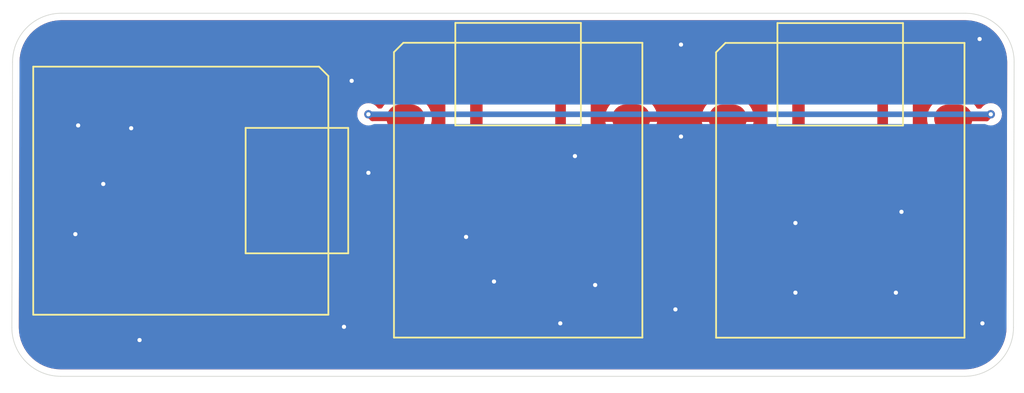
<source format=kicad_pcb>
(kicad_pcb (version 20240108) (generator "pcbnew") (generator_version "8.0")
  (layers (0 "F.Cu" signal) (31 "B.Cu" signal) (34 "B.Paste" user) (35 "F.Paste" user) (36 "B.SilkS" user "B.Silkscreen") (37 "F.SilkS" user "F.Silkscreen") (38 "B.Mask" user) (39 "F.Mask" user) (44 "Edge.Cuts" user))
  (net 0 "")
  (net 2 "MISO")
  (net 3 "TX")
  (net 4 "GND")
  (net 5 "+5V")
  (net 6 "MOSI")
  (net 7 "SD_CS")
  (net 9 "RX")
  (net 10 "GPS_WAKE")
  (net 13 "SCK")
  (net 19 "+3V3")
  (footprint "xiao ESP32S3_PCB:MOUDLE14P-SMD-2.54-21X17.8MM" (layer "F.Cu") (at 74.13075 76.5825 -90)
    (property "Reference" "GPS MODULE" (hide yes))
    (property "Value" "MOUDLE-SEEEDUINO-XIAO-ESP32S3")
    (fp_line (start 0 0.15) (end 17.8 0.15) (stroke (width 0.127)) (layer "F.SilkS"))
    (fp_line (start 17.8 0.15) (end 17.8 -21) (stroke (width 0.127)) (layer "F.SilkS"))
    (fp_line (start 4.396 -15.072) (end 4.396 -22.425) (stroke (width 0.127)) (layer "F.SilkS"))
    (fp_line (start 13.395 -15.072) (end 4.396 -15.072) (stroke (width 0.127)) (layer "F.SilkS"))
    (fp_line (start 0 -20.3285) (end 0 0.15) (stroke (width 0.127)) (layer "F.SilkS"))
    (fp_line (start 0.671541 -21) (end 0 -20.3285) (stroke (width 0.127)) (layer "F.SilkS"))
    (fp_line (start 17.8 -21) (end 0.671541 -21) (stroke (width 0.127)) (layer "F.SilkS"))
    (fp_line (start 4.4 -22.424) (end 13.395 -22.424) (stroke (width 0.127)) (layer "F.SilkS"))
    (fp_line (start 13.395 -22.424) (end 13.395 -15.072) (stroke (width 0.127)) (layer "F.SilkS"))
    (pad "1" smd roundrect (at 0.835 -18.12 270) (size 2.75 2) (layers "F.Cu" "F.Paste" "F.Mask") (roundrect_rratio 0.5) (net 3 "TX"))
    (pad "2" smd roundrect (at 0.835 -15.58 270) (size 2.75 2) (layers "F.Cu" "F.Paste" "F.Mask") (roundrect_rratio 0.5))
    (pad "3" smd roundrect (at 0.835 -13.04 270) (size 2.75 2) (layers "F.Cu" "F.Paste" "F.Mask") (roundrect_rratio 0.5))
    (pad "4" smd roundrect (at 0.835 -10.5 270) (size 2.75 2) (layers "F.Cu" "F.Paste" "F.Mask") (roundrect_rratio 0.5))
    (pad "5" smd roundrect (at 0.835 -7.96 270) (size 2.75 2) (layers "F.Cu" "F.Paste" "F.Mask") (roundrect_rratio 0.5))
    (pad "6" smd roundrect (at 0.835 -5.42 270) (size 2.75 2) (layers "F.Cu" "F.Paste" "F.Mask") (roundrect_rratio 0.5))
    (pad "7" smd roundrect (at 0.835 -2.88 270) (size 2.75 2) (layers "F.Cu" "F.Paste" "F.Mask") (roundrect_rratio 0.5) (net 10 "GPS_WAKE"))
    (pad "8" smd roundrect (at 17 -2.88 270) (size 2.75 2) (layers "F.Cu" "F.Paste" "F.Mask") (roundrect_rratio 0.5) (net 5 "+5V"))
    (pad "9" smd roundrect (at 17 -5.42 270) (size 2.75 2) (layers "F.Cu" "F.Paste" "F.Mask") (roundrect_rratio 0.5) (net 4 "GND"))
    (pad "10" smd roundrect (at 17 -7.96 270) (size 2.75 2) (layers "F.Cu" "F.Paste" "F.Mask") (roundrect_rratio 0.5) (net 19 "+3V3"))
    (pad "11" smd roundrect (at 17 -10.5 270) (size 2.75 2) (layers "F.Cu" "F.Paste" "F.Mask") (roundrect_rratio 0.5))
    (pad "12" smd roundrect (at 17 -13.04 270) (size 2.75 2) (layers "F.Cu" "F.Paste" "F.Mask") (roundrect_rratio 0.5))
    (pad "13" smd roundrect (at 17 -15.58 270) (size 2.75 2) (layers "F.Cu" "F.Paste" "F.Mask") (roundrect_rratio 0.5))
    (pad "14" smd roundrect (at 17 -18.12 270) (size 2.75 2) (layers "F.Cu" "F.Paste" "F.Mask") (roundrect_rratio 0.5) (net 9 "RX"))
    (zone (net 0) (net_name "") (layer "F.Cu") (connect_pads (clearance 0)) (min_thickness 0.01)
      (keepout (tracks not_allowed) (vias not_allowed) (pads not_allowed) (copperpour not_allowed) (footprints allowed))
      (fill (thermal_gap 0.508) (thermal_bridge_width 0.508))
      (polygon (pts (xy 84.29075 84.5745) (xy 84.29075 88.6385) (xy 80.68075 88.6385) (xy 80.68075 84.5745)))
    )
    (zone (net 0) (net_name "") (layer "F.Cu") (connect_pads (clearance 0)) (min_thickness 0.01)
      (keepout (tracks not_allowed) (vias not_allowed) (pads not_allowed) (copperpour not_allowed) (footprints allowed))
      (fill (thermal_gap 0.508) (thermal_bridge_width 0.508))
      (polygon (pts (xy 87.66725 79.567) (xy 87.66725 82.488) (xy 83.76225 82.488) (xy 83.76225 79.567)))
    )
    (zone (net 0) (net_name "") (layer "F.Cu") (connect_pads (clearance 0)) (min_thickness 0.01)
      (keepout (tracks not_allowed) (vias not_allowed) (pads not_allowed) (copperpour not_allowed) (footprints allowed))
      (fill (thermal_gap 0.508) (thermal_bridge_width 0.508))
      (polygon (pts (xy 91.14875 80.2655) (xy 91.14875 82.0435) (xy 88.48175 82.0435) (xy 88.48175 80.2655)))
    )
    (zone (net 0) (net_name "") (layer "F.Cu") (connect_pads (clearance 0)) (min_thickness 0.01)
      (keepout (tracks not_allowed) (vias not_allowed) (pads not_allowed) (copperpour not_allowed) (footprints allowed))
      (fill (thermal_gap 0.508) (thermal_bridge_width 0.508))
      (polygon (pts (xy 91.14875 88.9015) (xy 91.14875 90.6795) (xy 88.48175 90.6795) (xy 88.48175 88.9015)))
    )
    (zone (net 0) (net_name "") (layer "F.Cu") (connect_pads (clearance 0)) (min_thickness 0.01)
      (keepout (tracks not_allowed) (vias not_allowed) (pads not_allowed) (copperpour not_allowed) (footprints allowed))
      (fill (thermal_gap 0.508) (thermal_bridge_width 0.508))
      (polygon (pts (xy 94.45075 82.9325) (xy 94.45075 88.1395) (xy 84.29275 88.1395) (xy 84.29275 82.9325)))
    )
    (zone (net 0) (net_name "") (layer "F.Cu") (connect_pads (clearance 0)) (min_thickness 0.01)
      (keepout (tracks not_allowed) (vias not_allowed) (pads not_allowed) (copperpour not_allowed) (footprints allowed))
      (fill (thermal_gap 0.508) (thermal_bridge_width 0.508))
      (polygon (pts (xy 95.21275 80.2655) (xy 95.21275 82.0435) (xy 92.54575 82.0435) (xy 92.54575 80.2655)))
    )
    (zone (net 0) (net_name "") (layer "F.Cu") (connect_pads (clearance 0)) (min_thickness 0.01)
      (keepout (tracks not_allowed) (vias not_allowed) (pads not_allowed) (copperpour not_allowed) (footprints allowed))
      (fill (thermal_gap 0.508) (thermal_bridge_width 0.508))
      (polygon (pts (xy 95.21275 88.9015) (xy 95.21275 90.6795) (xy 92.54575 90.6795) (xy 92.54575 88.9015)))
    )
  )
  (footprint "xiao ESP32S3_PCB:MOUDLE14P-SMD-2.54-21X17.8MM" (layer "F.Cu") (at 99.8325 95.86925)
    (property "Reference" "ESP32" (hide yes))
    (property "Value" "MOUDLE-SEEEDUINO-XIAO-ESP32S3")
    (fp_line (start 0 -20.3285) (end 0 0.15) (stroke (width 0.127)) (layer "F.SilkS"))
    (fp_line (start 0 0.15) (end 17.8 0.15) (stroke (width 0.127)) (layer "F.SilkS"))
    (fp_line (start 0.671541 -21) (end 0 -20.3285) (stroke (width 0.127)) (layer "F.SilkS"))
    (fp_line (start 4.396 -15.072) (end 4.396 -22.425) (stroke (width 0.127)) (layer "F.SilkS"))
    (fp_line (start 4.4 -22.424) (end 13.395 -22.424) (stroke (width 0.127)) (layer "F.SilkS"))
    (fp_line (start 13.395 -22.424) (end 13.395 -15.072) (stroke (width 0.127)) (layer "F.SilkS"))
    (fp_line (start 13.395 -15.072) (end 4.396 -15.072) (stroke (width 0.127)) (layer "F.SilkS"))
    (fp_line (start 17.8 -21) (end 0.671541 -21) (stroke (width 0.127)) (layer "F.SilkS"))
    (fp_line (start 17.8 0.15) (end 17.8 -21) (stroke (width 0.127)) (layer "F.SilkS"))
    (pad "1" smd roundrect (at 0.835 -18.12) (size 2.75 2) (layers "F.Cu" "F.Paste" "F.Mask") (roundrect_rratio 0.5) (net 10 "GPS_WAKE"))
    (pad "2" smd roundrect (at 0.835 -15.58) (size 2.75 2) (layers "F.Cu" "F.Paste" "F.Mask") (roundrect_rratio 0.5) (net 7 "SD_CS"))
    (pad "3" smd roundrect (at 0.835 -13.04) (size 2.75 2) (layers "F.Cu" "F.Paste" "F.Mask") (roundrect_rratio 0.5))
    (pad "4" smd roundrect (at 0.835 -10.5) (size 2.75 2) (layers "F.Cu" "F.Paste" "F.Mask") (roundrect_rratio 0.5))
    (pad "5" smd roundrect (at 0.835 -7.96) (size 2.75 2) (layers "F.Cu" "F.Paste" "F.Mask") (roundrect_rratio 0.5))
    (pad "6" smd roundrect (at 0.835 -5.42) (size 2.75 2) (layers "F.Cu" "F.Paste" "F.Mask") (roundrect_rratio 0.5))
    (pad "7" smd roundrect (at 0.835 -2.88) (size 2.75 2) (layers "F.Cu" "F.Paste" "F.Mask") (roundrect_rratio 0.5) (net 3 "TX"))
    (pad "8" smd roundrect (at 17 -2.88) (size 2.75 2) (layers "F.Cu" "F.Paste" "F.Mask") (roundrect_rratio 0.5) (net 9 "RX"))
    (pad "9" smd roundrect (at 17 -5.42) (size 2.75 2) (layers "F.Cu" "F.Paste" "F.Mask") (roundrect_rratio 0.5) (net 13 "SCK"))
    (pad "10" smd roundrect (at 17 -7.96) (size 2.75 2) (layers "F.Cu" "F.Paste" "F.Mask") (roundrect_rratio 0.5) (net 2 "MISO"))
    (pad "11" smd roundrect (at 17 -10.5) (size 2.75 2) (layers "F.Cu" "F.Paste" "F.Mask") (roundrect_rratio 0.5) (net 6 "MOSI"))
    (pad "12" smd roundrect (at 17 -13.04) (size 2.75 2) (layers "F.Cu" "F.Paste" "F.Mask") (roundrect_rratio 0.5) (net 19 "+3V3"))
    (pad "13" smd roundrect (at 17 -15.58) (size 2.75 2) (layers "F.Cu" "F.Paste" "F.Mask") (roundrect_rratio 0.5) (net 4 "GND"))
    (pad "14" smd roundrect (at 17 -18.12) (size 2.75 2) (layers "F.Cu" "F.Paste" "F.Mask") (roundrect_rratio 0.5) (net 5 "+5V"))
    (zone (net 0) (net_name "") (layer "F.Cu") (connect_pads (clearance 0)) (min_thickness 0.01)
      (keepout (tracks not_allowed) (vias not_allowed) (pads not_allowed) (copperpour not_allowed) (footprints allowed))
      (fill (thermal_gap 0.508) (thermal_bridge_width 0.508))
      (polygon (pts (xy 102.817 82.33275) (xy 105.738 82.33275) (xy 105.738 86.23775) (xy 102.817 86.23775)))
    )
    (zone (net 0) (net_name "") (layer "F.Cu") (connect_pads (clearance 0)) (min_thickness 0.01)
      (keepout (tracks not_allowed) (vias not_allowed) (pads not_allowed) (copperpour not_allowed) (footprints allowed))
      (fill (thermal_gap 0.508) (thermal_bridge_width 0.508))
      (polygon (pts (xy 103.5155 74.78725) (xy 105.2935 74.78725) (xy 105.2935 77.45425) (xy 103.5155 77.45425)))
    )
    (zone (net 0) (net_name "") (layer "F.Cu") (connect_pads (clearance 0)) (min_thickness 0.01)
      (keepout (tracks not_allowed) (vias not_allowed) (pads not_allowed) (copperpour not_allowed) (footprints allowed))
      (fill (thermal_gap 0.508) (thermal_bridge_width 0.508))
      (polygon (pts (xy 103.5155 78.85125) (xy 105.2935 78.85125) (xy 105.2935 81.51825) (xy 103.5155 81.51825)))
    )
    (zone (net 0) (net_name "") (layer "F.Cu") (connect_pads (clearance 0)) (min_thickness 0.01)
      (keepout (tracks not_allowed) (vias not_allowed) (pads not_allowed) (copperpour not_allowed) (footprints allowed))
      (fill (thermal_gap 0.508) (thermal_bridge_width 0.508))
      (polygon (pts (xy 106.1825 75.54925) (xy 111.3895 75.54925) (xy 111.3895 85.70725) (xy 106.1825 85.70725)))
    )
    (zone (net 0) (net_name "") (layer "F.Cu") (connect_pads (clearance 0)) (min_thickness 0.01)
      (keepout (tracks not_allowed) (vias not_allowed) (pads not_allowed) (copperpour not_allowed) (footprints allowed))
      (fill (thermal_gap 0.508) (thermal_bridge_width 0.508))
      (polygon (pts (xy 107.8245 85.70925) (xy 111.8885 85.70925) (xy 111.8885 89.31925) (xy 107.8245 89.31925)))
    )
    (zone (net 0) (net_name "") (layer "F.Cu") (connect_pads (clearance 0)) (min_thickness 0.01)
      (keepout (tracks not_allowed) (vias not_allowed) (pads not_allowed) (copperpour not_allowed) (footprints allowed))
      (fill (thermal_gap 0.508) (thermal_bridge_width 0.508))
      (polygon (pts (xy 112.1515 74.78725) (xy 113.9295 74.78725) (xy 113.9295 77.45425) (xy 112.1515 77.45425)))
    )
    (zone (net 0) (net_name "") (layer "F.Cu") (connect_pads (clearance 0)) (min_thickness 0.01)
      (keepout (tracks not_allowed) (vias not_allowed) (pads not_allowed) (copperpour not_allowed) (footprints allowed))
      (fill (thermal_gap 0.508) (thermal_bridge_width 0.508))
      (polygon (pts (xy 112.1515 78.85125) (xy 113.9295 78.85125) (xy 113.9295 81.51825) (xy 112.1515 81.51825)))
    )
  )
  (footprint "xiao ESP32S3_PCB:MOUDLE14P-SMD-2.54-21X17.8MM" (layer "F.Cu") (at 122.915 95.88)
    (property "Reference" "MICRO SD" (hide yes))
    (property "Value" "MOUDLE-SEEEDUINO-XIAO-ESP32S3")
    (fp_line (start 0 -20.3285) (end 0 0.15) (stroke (width 0.127)) (layer "F.SilkS"))
    (fp_line (start 0 0.15) (end 17.8 0.15) (stroke (width 0.127)) (layer "F.SilkS"))
    (fp_line (start 0.671541 -21) (end 0 -20.3285) (stroke (width 0.127)) (layer "F.SilkS"))
    (fp_line (start 4.396 -15.072) (end 4.396 -22.425) (stroke (width 0.127)) (layer "F.SilkS"))
    (fp_line (start 4.4 -22.424) (end 13.395 -22.424) (stroke (width 0.127)) (layer "F.SilkS"))
    (fp_line (start 13.395 -22.424) (end 13.395 -15.072) (stroke (width 0.127)) (layer "F.SilkS"))
    (fp_line (start 13.395 -15.072) (end 4.396 -15.072) (stroke (width 0.127)) (layer "F.SilkS"))
    (fp_line (start 17.8 -21) (end 0.671541 -21) (stroke (width 0.127)) (layer "F.SilkS"))
    (fp_line (start 17.8 0.15) (end 17.8 -21) (stroke (width 0.127)) (layer "F.SilkS"))
    (pad "1" smd roundrect (at 0.835 -18.12) (size 2.75 2) (layers "F.Cu" "F.Paste" "F.Mask") (roundrect_rratio 0.5))
    (pad "2" smd roundrect (at 0.835 -15.58) (size 2.75 2) (layers "F.Cu" "F.Paste" "F.Mask") (roundrect_rratio 0.5) (net 4 "GND"))
    (pad "3" smd roundrect (at 0.835 -13.04) (size 2.75 2) (layers "F.Cu" "F.Paste" "F.Mask") (roundrect_rratio 0.5) (net 19 "+3V3"))
    (pad "4" smd roundrect (at 0.835 -10.5) (size 2.75 2) (layers "F.Cu" "F.Paste" "F.Mask") (roundrect_rratio 0.5) (net 6 "MOSI"))
    (pad "5" smd roundrect (at 0.835 -7.96) (size 2.75 2) (layers "F.Cu" "F.Paste" "F.Mask") (roundrect_rratio 0.5) (net 2 "MISO"))
    (pad "6" smd roundrect (at 0.835 -5.42) (size 2.75 2) (layers "F.Cu" "F.Paste" "F.Mask") (roundrect_rratio 0.5) (net 13 "SCK"))
    (pad "7" smd roundrect (at 0.835 -2.88) (size 2.75 2) (layers "F.Cu" "F.Paste" "F.Mask") (roundrect_rratio 0.5))
    (pad "8" smd roundrect (at 17 -2.88) (size 2.75 2) (layers "F.Cu" "F.Paste" "F.Mask") (roundrect_rratio 0.5))
    (pad "9" smd roundrect (at 17 -5.42) (size 2.75 2) (layers "F.Cu" "F.Paste" "F.Mask") (roundrect_rratio 0.5))
    (pad "10" smd roundrect (at 17 -7.96) (size 2.75 2) (layers "F.Cu" "F.Paste" "F.Mask") (roundrect_rratio 0.5))
    (pad "11" smd roundrect (at 17 -10.5) (size 2.75 2) (layers "F.Cu" "F.Paste" "F.Mask") (roundrect_rratio 0.5))
    (pad "12" smd roundrect (at 17 -13.04) (size 2.75 2) (layers "F.Cu" "F.Paste" "F.Mask") (roundrect_rratio 0.5))
    (pad "13" smd roundrect (at 17 -15.58) (size 2.75 2) (layers "F.Cu" "F.Paste" "F.Mask") (roundrect_rratio 0.5) (net 7 "SD_CS"))
    (pad "14" smd roundrect (at 17 -18.12) (size 2.75 2) (layers "F.Cu" "F.Paste" "F.Mask") (roundrect_rratio 0.5))
    (zone (net 0) (net_name "") (layer "F.Cu") (connect_pads (clearance 0)) (min_thickness 0.01)
      (keepout (tracks not_allowed) (vias not_allowed) (pads not_allowed) (copperpour not_allowed) (footprints allowed))
      (fill (thermal_gap 0.508) (thermal_bridge_width 0.508))
      (polygon (pts (xy 125.8995 82.3435) (xy 128.8205 82.3435) (xy 128.8205 86.2485) (xy 125.8995 86.2485)))
    )
    (zone (net 0) (net_name "") (layer "F.Cu") (connect_pads (clearance 0)) (min_thickness 0.01)
      (keepout (tracks not_allowed) (vias not_allowed) (pads not_allowed) (copperpour not_allowed) (footprints allowed))
      (fill (thermal_gap 0.508) (thermal_bridge_width 0.508))
      (polygon (pts (xy 126.598 74.798) (xy 128.376 74.798) (xy 128.376 77.465) (xy 126.598 77.465)))
    )
    (zone (net 0) (net_name "") (layer "F.Cu") (connect_pads (clearance 0)) (min_thickness 0.01)
      (keepout (tracks not_allowed) (vias not_allowed) (pads not_allowed) (copperpour not_allowed) (footprints allowed))
      (fill (thermal_gap 0.508) (thermal_bridge_width 0.508))
      (polygon (pts (xy 126.598 78.862) (xy 128.376 78.862) (xy 128.376 81.529) (xy 126.598 81.529)))
    )
    (zone (net 0) (net_name "") (layer "F.Cu") (connect_pads (clearance 0)) (min_thickness 0.01)
      (keepout (tracks not_allowed) (vias not_allowed) (pads not_allowed) (copperpour not_allowed) (footprints allowed))
      (fill (thermal_gap 0.508) (thermal_bridge_width 0.508))
      (polygon (pts (xy 129.265 75.56) (xy 134.472 75.56) (xy 134.472 85.718) (xy 129.265 85.718)))
    )
    (zone (net 0) (net_name "") (layer "F.Cu") (connect_pads (clearance 0)) (min_thickness 0.01)
      (keepout (tracks not_allowed) (vias not_allowed) (pads not_allowed) (copperpour not_allowed) (footprints allowed))
      (fill (thermal_gap 0.508) (thermal_bridge_width 0.508))
      (polygon (pts (xy 130.907 85.72) (xy 134.971 85.72) (xy 134.971 89.33) (xy 130.907 89.33)))
    )
    (zone (net 0) (net_name "") (layer "F.Cu") (connect_pads (clearance 0)) (min_thickness 0.01)
      (keepout (tracks not_allowed) (vias not_allowed) (pads not_allowed) (copperpour not_allowed) (footprints allowed))
      (fill (thermal_gap 0.508) (thermal_bridge_width 0.508))
      (polygon (pts (xy 135.234 74.798) (xy 137.012 74.798) (xy 137.012 77.465) (xy 135.234 77.465)))
    )
    (zone (net 0) (net_name "") (layer "F.Cu") (connect_pads (clearance 0)) (min_thickness 0.01)
      (keepout (tracks not_allowed) (vias not_allowed) (pads not_allowed) (copperpour not_allowed) (footprints allowed))
      (fill (thermal_gap 0.508) (thermal_bridge_width 0.508))
      (polygon (pts (xy 135.234 78.862) (xy 137.012 78.862) (xy 137.012 81.529) (xy 135.234 81.529)))
    )
  )
  (gr_line (start 76 72.75) (end 140.775126 72.75) (stroke (width 0.05)) (layer "Edge.Cuts"))
  (gr_line (start 72.5 76.25) (end 72.449748 95.3) (stroke (width 0.05)) (layer "Edge.Cuts"))
  (gr_arc (start 72.5 76.25) (mid 73.525132 73.775132) (end 76 72.75) (stroke (width 0.05)) (layer "Edge.Cuts"))
  (gr_arc (start 144.224874 95.3) (mid 143.199746 97.774865) (end 140.724874 98.8) (stroke (width 0.05)) (layer "Edge.Cuts"))
  (gr_arc (start 75.949748 98.8) (mid 73.474887 97.774861) (end 72.449748 95.3) (stroke (width 0.05)) (layer "Edge.Cuts"))
  (gr_arc (start 140.775126 72.75) (mid 143.25 73.775126) (end 144.275126 76.25) (stroke (width 0.05)) (layer "Edge.Cuts"))
  (gr_line (start 140.724874 98.8) (end 75.949748 98.8) (stroke (width 0.05)) (layer "Edge.Cuts"))
  (gr_line (start 144.224874 95.3) (end 144.275126 76.25) (stroke (width 0.05)) (layer "Edge.Cuts"))
  (segment (start 116.8325 87.90925) (end 123.73925 87.90925) (width 0.4) (layer "F.Cu") (net 2))
  (segment (start 123.73925 87.90925) (end 123.75 87.92) (width 0.4) (layer "F.Cu") (net 2))
  (segment (start 93.25075 77.4175) (end 96.5 80.66675) (width 0.4) (layer "F.Cu") (net 3))
  (segment (start 100.6675 92.98925) (end 96.5 88.82175) (width 0.4) (layer "F.Cu") (net 3))
  (segment (start 92.25075 77.4175) (end 93.25075 77.4175) (width 0.4) (layer "F.Cu") (net 3))
  (segment (start 96.5 88.82175) (end 96.5 83) (width 0.4) (layer "F.Cu") (net 3))
  (segment (start 96.5 80.66675) (end 96.5 83) (width 0.4) (layer "F.Cu") (net 3))
  (via (at 81 81) (size 0.6) (drill 0.3) (layers "F.Cu" "B.Cu") (net 4))
  (via (at 141.8 74.6) (size 0.6) (drill 0.3) (layers "F.Cu" "B.Cu") (net 4))
  (via (at 120 94) (size 0.6) (drill 0.3) (layers "F.Cu" "B.Cu") (net 4))
  (via (at 114.25 92.25) (size 0.6) (drill 0.3) (layers "F.Cu" "B.Cu") (net 4))
  (via (at 120.4 75) (size 0.6) (drill 0.3) (layers "F.Cu" "B.Cu") (net 4))
  (via (at 77.2 80.8) (size 0.6) (drill 0.3) (layers "F.Cu" "B.Cu") (net 4))
  (via (at 128.6 92.8) (size 0.6) (drill 0.3) (layers "F.Cu" "B.Cu") (net 4))
  (via (at 105 88.8) (size 0.6) (drill 0.3) (layers "F.Cu" "B.Cu") (net 4))
  (via (at 136.2 87) (size 0.6) (drill 0.3) (layers "F.Cu" "B.Cu") (net 4))
  (via (at 120.4 81.6) (size 0.6) (drill 0.3) (layers "F.Cu" "B.Cu") (net 4))
  (via (at 96.25 95.25) (size 0.6) (drill 0.3) (layers "F.Cu" "B.Cu") (net 4))
  (via (at 142 95) (size 0.6) (drill 0.3) (layers "F.Cu" "B.Cu") (net 4))
  (via (at 77 88.6) (size 0.6) (drill 0.3) (layers "F.Cu" "B.Cu") (net 4))
  (via (at 98 84.2) (size 0.6) (drill 0.3) (layers "F.Cu" "B.Cu") (net 4))
  (via (at 79 85) (size 0.6) (drill 0.3) (layers "F.Cu" "B.Cu") (net 4))
  (via (at 112.8 83) (size 0.6) (drill 0.3) (layers "F.Cu" "B.Cu") (net 4))
  (via (at 81.6 96.2) (size 0.6) (drill 0.3) (layers "F.Cu" "B.Cu") (net 4))
  (via (at 128.6 87.8) (size 0.6) (drill 0.3) (layers "F.Cu" "B.Cu") (net 4))
  (via (at 111.75 95) (size 0.6) (drill 0.3) (layers "F.Cu" "B.Cu") (net 4))
  (via (at 135.8 92.8) (size 0.6) (drill 0.3) (layers "F.Cu" "B.Cu") (net 4))
  (via (at 96.8 77.6) (size 0.6) (drill 0.3) (layers "F.Cu" "B.Cu") (net 4))
  (via (at 107 92) (size 0.6) (drill 0.3) (layers "F.Cu" "B.Cu") (net 4))
  (segment (start 77.01075 93.5825) (end 74.75 91.32175) (width 0.4) (layer "F.Cu") (net 5))
  (segment (start 74.75 76.5) (end 77.05 74.2) (width 0.4) (layer "F.Cu") (net 5))
  (segment (start 116.8325 76.74925) (end 116.8325 77.74925) (width 0.4) (layer "F.Cu") (net 5))
  (segment (start 77.05 74.2) (end 114.28325 74.2) (width 0.4) (layer "F.Cu") (net 5))
  (segment (start 74.75 91.32175) (end 74.75 76.5) (width 0.4) (layer "F.Cu") (net 5))
  (segment (start 114.28325 74.2) (end 116.8325 76.74925) (width 0.4) (layer "F.Cu") (net 5))
  (segment (start 116.8325 85.36925) (end 123.73925 85.36925) (width 0.4) (layer "F.Cu") (net 6))
  (segment (start 123.73925 85.36925) (end 123.75 85.38) (width 0.4) (layer "F.Cu") (net 6))
  (segment (start 142.6 80) (end 142.3 80.3) (width 0.4) (layer "F.Cu") (net 7))
  (segment (start 98 80) (end 98.28925 80.28925) (width 0.4) (layer "F.Cu") (net 7))
  (segment (start 142.3 80.3) (end 139.915 80.3) (width 0.4) (layer "F.Cu") (net 7))
  (segment (start 98.28925 80.28925) (end 100.6675 80.28925) (width 0.4) (layer "F.Cu") (net 7))
  (via (at 142.6 80) (size 0.6) (drill 0.3) (layers "F.Cu" "B.Cu") (net 7))
  (via (at 98 80) (size 0.6) (drill 0.3) (layers "F.Cu" "B.Cu") (net 7))
  (segment (start 98 80) (end 142.6 80) (width 0.4) (layer "B.Cu") (net 7))
  (segment (start 95.66825 97) (end 92.25075 93.5825) (width 0.4) (layer "F.Cu") (net 9))
  (segment (start 116.8325 92.98925) (end 112.82175 97) (width 0.4) (layer "F.Cu") (net 9))
  (segment (start 112.82175 97) (end 95.66825 97) (width 0.4) (layer "F.Cu") (net 9))
  (segment (start 100.6675 77.74925) (end 98.41825 75.5) (width 0.4) (layer "F.Cu") (net 10))
  (segment (start 78.92825 75.5) (end 77.01075 77.4175) (width 0.4) (layer "F.Cu") (net 10))
  (segment (start 98.41825 75.5) (end 78.92825 75.5) (width 0.4) (layer "F.Cu") (net 10))
  (segment (start 116.8325 90.44925) (end 123.73925 90.44925) (width 0.4) (layer "F.Cu") (net 13))
  (segment (start 123.73925 90.44925) (end 123.75 90.46) (width 0.4) (layer "F.Cu") (net 13))
  (segment (start 113.75 90.25) (end 113.75 84.5) (width 0.4) (layer "F.Cu") (net 19))
  (segment (start 83 91.25) (end 94.25 91.25) (width 0.4) (layer "F.Cu") (net 19))
  (segment (start 108.25 95.75) (end 113.75 90.25) (width 0.4) (layer "F.Cu") (net 19))
  (segment (start 116.8325 82.82925) (end 123.73925 82.82925) (width 0.4) (layer "F.Cu") (net 19))
  (segment (start 115.42075 82.82925) (end 116.8325 82.82925) (width 0.4) (layer "F.Cu") (net 19))
  (segment (start 113.75 84.5) (end 115.42075 82.82925) (width 0.4) (layer "F.Cu") (net 19))
  (segment (start 82.09075 93.5825) (end 82.09075 92.15925) (width 0.4) (layer "F.Cu") (net 19))
  (segment (start 123.73925 82.82925) (end 123.75 82.84) (width 0.4) (layer "F.Cu") (net 19))
  (segment (start 82.09075 92.15925) (end 83 91.25) (width 0.4) (layer "F.Cu") (net 19))
  (segment (start 98.75 95.75) (end 108.25 95.75) (width 0.4) (layer "F.Cu") (net 19))
  (segment (start 94.25 91.25) (end 98.75 95.75) (width 0.4) (layer "F.Cu") (net 19))
  (zone (net 4) (net_name "GND") (layers "F&B.Cu") (connect_pads (clearance 0.5)) (min_thickness 0.25) (fill yes (thermal_gap 0.5) (thermal_bridge_width 0.5))
    (polygon (pts (xy 145 71.8) (xy 144.8 99.8) (xy 71.6 100) (xy 71.8 71.8)))
  )
)
</source>
